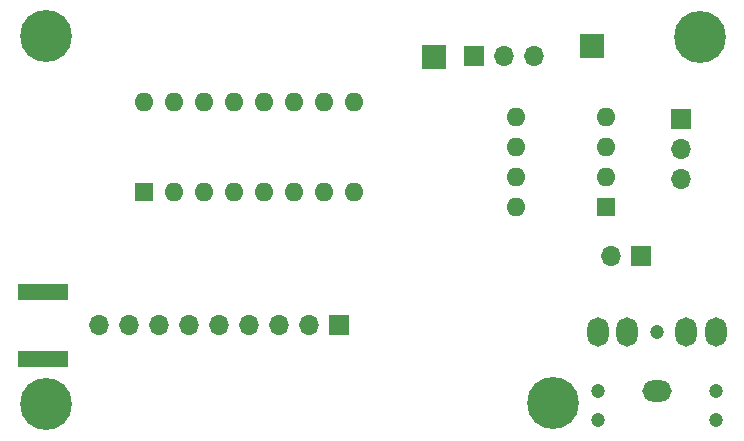
<source format=gbr>
%TF.GenerationSoftware,KiCad,Pcbnew,8.99.0-unknown-8e286d44fc~178~ubuntu22.04.1*%
%TF.CreationDate,2024-05-23T21:37:30+05:30*%
%TF.ProjectId,BoB,426f422e-6b69-4636-9164-5f7063625858,rev?*%
%TF.SameCoordinates,Original*%
%TF.FileFunction,Soldermask,Bot*%
%TF.FilePolarity,Negative*%
%FSLAX46Y46*%
G04 Gerber Fmt 4.6, Leading zero omitted, Abs format (unit mm)*
G04 Created by KiCad (PCBNEW 8.99.0-unknown-8e286d44fc~178~ubuntu22.04.1) date 2024-05-23 21:37:30*
%MOMM*%
%LPD*%
G01*
G04 APERTURE LIST*
%ADD10R,1.700000X1.700000*%
%ADD11O,1.700000X1.700000*%
%ADD12R,2.000000X2.000000*%
%ADD13C,4.400000*%
%ADD14R,4.200000X1.350000*%
%ADD15R,1.600000X1.600000*%
%ADD16O,1.600000X1.600000*%
%ADD17C,1.200000*%
%ADD18O,1.800000X2.500000*%
%ADD19O,2.500000X1.800000*%
G04 APERTURE END LIST*
D10*
%TO.C,GAIN1*%
X101410000Y-52890000D03*
D11*
X101410000Y-55430000D03*
X101410000Y-57970000D03*
%TD*%
D12*
%TO.C,TP1*%
X80460000Y-47660000D03*
%TD*%
D10*
%TO.C,RV1*%
X83900000Y-47590000D03*
D11*
X86440000Y-47590000D03*
X88980000Y-47590000D03*
%TD*%
D10*
%TO.C,J2*%
X98044000Y-64516000D03*
D11*
X95504000Y-64516000D03*
%TD*%
D13*
%TO.C,H2*%
X90600000Y-76984000D03*
%TD*%
%TO.C,H4*%
X47649274Y-77087274D03*
%TD*%
%TO.C,H1*%
X47649274Y-45892726D03*
%TD*%
D10*
%TO.C,JP1*%
X72438000Y-70380000D03*
D11*
X69898000Y-70380000D03*
X67358000Y-70380000D03*
X64818000Y-70380000D03*
X62278000Y-70380000D03*
X59738000Y-70380000D03*
X57198000Y-70380000D03*
X54658000Y-70380000D03*
X52118000Y-70380000D03*
%TD*%
D12*
%TO.C,TP2*%
X93878000Y-46712000D03*
%TD*%
D14*
%TO.C,J1*%
X47352000Y-67603000D03*
X47352000Y-73253000D03*
%TD*%
D13*
%TO.C,H3*%
X103046000Y-45996000D03*
%TD*%
D15*
%TO.C,U1*%
X55922000Y-59068000D03*
D16*
X58462000Y-59068000D03*
X61002000Y-59068000D03*
X63542000Y-59068000D03*
X66082000Y-59068000D03*
X68622000Y-59068000D03*
X71162000Y-59068000D03*
X73702000Y-59068000D03*
X73702000Y-51448000D03*
X71162000Y-51448000D03*
X68622000Y-51448000D03*
X66082000Y-51448000D03*
X63542000Y-51448000D03*
X61002000Y-51448000D03*
X58462000Y-51448000D03*
X55922000Y-51448000D03*
%TD*%
D17*
%TO.C,SPK1*%
X94362000Y-78420000D03*
X104362000Y-78420000D03*
X94362000Y-75920000D03*
X104362000Y-75920000D03*
X99362000Y-70920000D03*
D18*
X94362000Y-70920000D03*
X96862000Y-70920000D03*
D19*
X99362000Y-75920000D03*
D18*
X104362000Y-70920000D03*
X101862000Y-70920000D03*
%TD*%
D15*
%TO.C,U2*%
X95062000Y-60343000D03*
D16*
X95062000Y-57803000D03*
X95062000Y-55263000D03*
X95062000Y-52723000D03*
X87442000Y-52723000D03*
X87442000Y-55263000D03*
X87442000Y-57803000D03*
X87442000Y-60343000D03*
%TD*%
M02*

</source>
